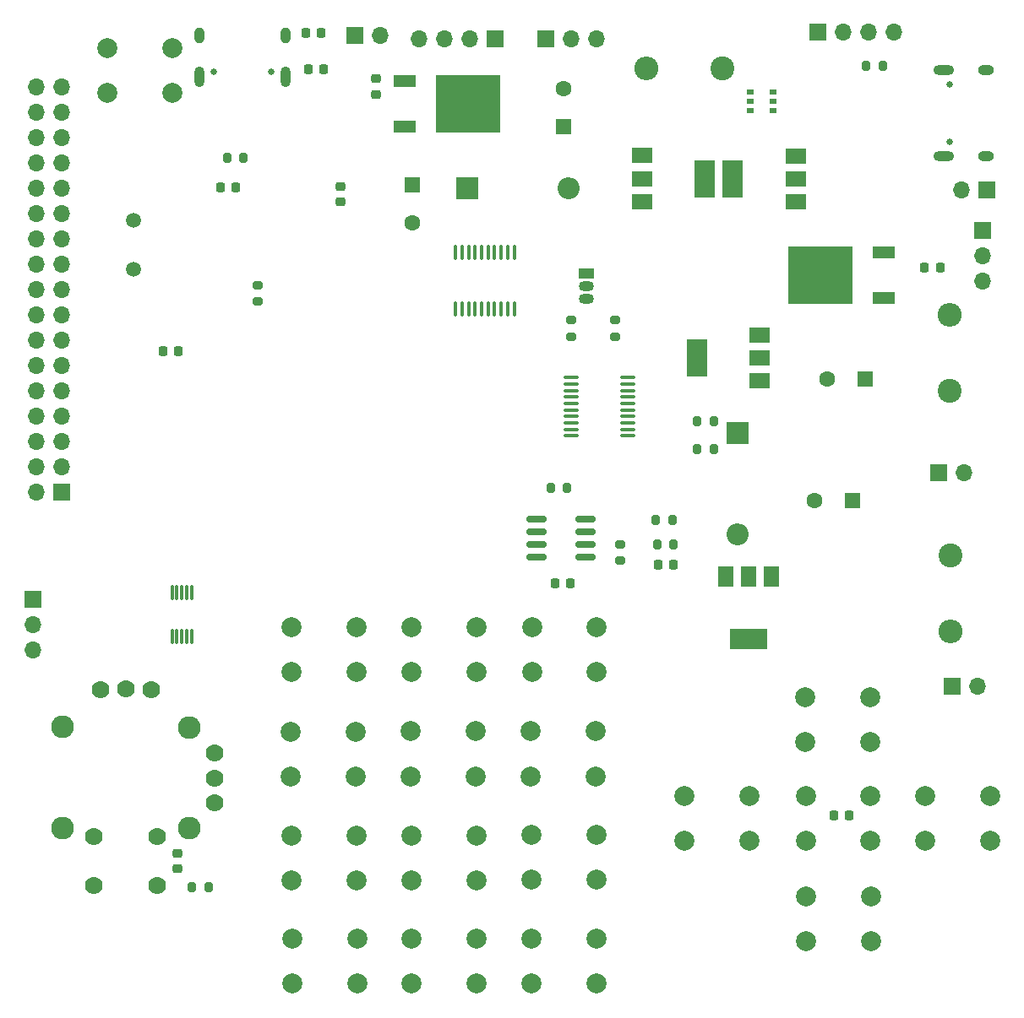
<source format=gbr>
%TF.GenerationSoftware,KiCad,Pcbnew,6.0.11+dfsg-1*%
%TF.CreationDate,2023-07-20T16:39:38+03:00*%
%TF.ProjectId,usb_display,7573625f-6469-4737-906c-61792e6b6963,rev?*%
%TF.SameCoordinates,Original*%
%TF.FileFunction,Soldermask,Bot*%
%TF.FilePolarity,Negative*%
%FSLAX46Y46*%
G04 Gerber Fmt 4.6, Leading zero omitted, Abs format (unit mm)*
G04 Created by KiCad (PCBNEW 6.0.11+dfsg-1) date 2023-07-20 16:39:38*
%MOMM*%
%LPD*%
G01*
G04 APERTURE LIST*
G04 Aperture macros list*
%AMRoundRect*
0 Rectangle with rounded corners*
0 $1 Rounding radius*
0 $2 $3 $4 $5 $6 $7 $8 $9 X,Y pos of 4 corners*
0 Add a 4 corners polygon primitive as box body*
4,1,4,$2,$3,$4,$5,$6,$7,$8,$9,$2,$3,0*
0 Add four circle primitives for the rounded corners*
1,1,$1+$1,$2,$3*
1,1,$1+$1,$4,$5*
1,1,$1+$1,$6,$7*
1,1,$1+$1,$8,$9*
0 Add four rect primitives between the rounded corners*
20,1,$1+$1,$2,$3,$4,$5,0*
20,1,$1+$1,$4,$5,$6,$7,0*
20,1,$1+$1,$6,$7,$8,$9,0*
20,1,$1+$1,$8,$9,$2,$3,0*%
G04 Aperture macros list end*
%ADD10C,2.000000*%
%ADD11R,1.700000X1.700000*%
%ADD12O,1.700000X1.700000*%
%ADD13R,1.500000X1.050000*%
%ADD14O,1.500000X1.050000*%
%ADD15C,0.650000*%
%ADD16O,2.100000X1.000000*%
%ADD17O,1.600000X1.000000*%
%ADD18O,1.000000X1.600000*%
%ADD19O,1.000000X2.100000*%
%ADD20R,2.200000X2.200000*%
%ADD21O,2.200000X2.200000*%
%ADD22C,1.778000*%
%ADD23C,2.286000*%
%ADD24C,2.400000*%
%ADD25O,2.400000X2.400000*%
%ADD26RoundRect,0.200000X0.200000X0.275000X-0.200000X0.275000X-0.200000X-0.275000X0.200000X-0.275000X0*%
%ADD27R,2.000000X1.500000*%
%ADD28R,2.000000X3.800000*%
%ADD29RoundRect,0.200000X-0.275000X0.200000X-0.275000X-0.200000X0.275000X-0.200000X0.275000X0.200000X0*%
%ADD30R,0.700000X0.510000*%
%ADD31R,1.500000X2.000000*%
%ADD32R,3.800000X2.000000*%
%ADD33R,1.600000X1.600000*%
%ADD34C,1.600000*%
%ADD35RoundRect,0.150000X0.825000X0.150000X-0.825000X0.150000X-0.825000X-0.150000X0.825000X-0.150000X0*%
%ADD36RoundRect,0.100000X0.637500X0.100000X-0.637500X0.100000X-0.637500X-0.100000X0.637500X-0.100000X0*%
%ADD37RoundRect,0.200000X-0.200000X-0.275000X0.200000X-0.275000X0.200000X0.275000X-0.200000X0.275000X0*%
%ADD38RoundRect,0.100000X0.100000X-0.637500X0.100000X0.637500X-0.100000X0.637500X-0.100000X-0.637500X0*%
%ADD39RoundRect,0.225000X-0.225000X-0.250000X0.225000X-0.250000X0.225000X0.250000X-0.225000X0.250000X0*%
%ADD40RoundRect,0.225000X0.225000X0.250000X-0.225000X0.250000X-0.225000X-0.250000X0.225000X-0.250000X0*%
%ADD41RoundRect,0.218750X0.218750X0.256250X-0.218750X0.256250X-0.218750X-0.256250X0.218750X-0.256250X0*%
%ADD42RoundRect,0.225000X-0.250000X0.225000X-0.250000X-0.225000X0.250000X-0.225000X0.250000X0.225000X0*%
%ADD43C,1.500000*%
%ADD44R,2.200000X1.200000*%
%ADD45R,6.400000X5.800000*%
%ADD46RoundRect,0.200000X0.275000X-0.200000X0.275000X0.200000X-0.275000X0.200000X-0.275000X-0.200000X0*%
%ADD47RoundRect,0.075000X0.075000X-0.650000X0.075000X0.650000X-0.075000X0.650000X-0.075000X-0.650000X0*%
G04 APERTURE END LIST*
D10*
%TO.C,SW3*%
X90520000Y-111510000D03*
X97020000Y-111510000D03*
X97020000Y-116010000D03*
X90520000Y-116010000D03*
%TD*%
%TO.C,SW8*%
X78450000Y-132440000D03*
X84950000Y-132440000D03*
X78450000Y-136940000D03*
X84950000Y-136940000D03*
%TD*%
D11*
%TO.C,J4*%
X55405000Y-97945000D03*
D12*
X52865000Y-97945000D03*
X55405000Y-95405000D03*
X52865000Y-95405000D03*
X55405000Y-92865000D03*
X52865000Y-92865000D03*
X55405000Y-90325000D03*
X52865000Y-90325000D03*
X55405000Y-87785000D03*
X52865000Y-87785000D03*
X55405000Y-85245000D03*
X52865000Y-85245000D03*
X55405000Y-82705000D03*
X52865000Y-82705000D03*
X55405000Y-80165000D03*
X52865000Y-80165000D03*
X55405000Y-77625000D03*
X52865000Y-77625000D03*
X55405000Y-75085000D03*
X52865000Y-75085000D03*
X55405000Y-72545000D03*
X52865000Y-72545000D03*
X55405000Y-70005000D03*
X52865000Y-70005000D03*
X55405000Y-67465000D03*
X52865000Y-67465000D03*
X55405000Y-64925000D03*
X52865000Y-64925000D03*
X55405000Y-62385000D03*
X52865000Y-62385000D03*
X55405000Y-59845000D03*
X52865000Y-59845000D03*
X55405000Y-57305000D03*
X52865000Y-57305000D03*
%TD*%
D10*
%TO.C,SW4*%
X102570000Y-111530000D03*
X109070000Y-111530000D03*
X102570000Y-116030000D03*
X109070000Y-116030000D03*
%TD*%
D13*
%TO.C,Q3*%
X108030000Y-76040000D03*
D14*
X108030000Y-77310000D03*
X108030000Y-78580000D03*
%TD*%
D15*
%TO.C,J5*%
X144380000Y-57050000D03*
X144380000Y-62830000D03*
D16*
X143850000Y-55620000D03*
D17*
X148030000Y-64260000D03*
X148030000Y-55620000D03*
D16*
X143850000Y-64260000D03*
%TD*%
D10*
%TO.C,SW12*%
X102500000Y-142740000D03*
X109000000Y-142740000D03*
X109000000Y-147240000D03*
X102500000Y-147240000D03*
%TD*%
%TO.C,SW15*%
X141980000Y-128420000D03*
X148480000Y-128420000D03*
X141980000Y-132920000D03*
X148480000Y-132920000D03*
%TD*%
D11*
%TO.C,J1*%
X98890000Y-52460000D03*
D12*
X96350000Y-52460000D03*
X93810000Y-52460000D03*
X91270000Y-52460000D03*
%TD*%
D10*
%TO.C,SW9*%
X96980000Y-132420000D03*
X90480000Y-132420000D03*
X96980000Y-136920000D03*
X90480000Y-136920000D03*
%TD*%
D11*
%TO.C,J12*%
X84845000Y-52170000D03*
D12*
X87385000Y-52170000D03*
%TD*%
D10*
%TO.C,SW2*%
X78470000Y-111530000D03*
X84970000Y-111530000D03*
X84970000Y-116030000D03*
X78470000Y-116030000D03*
%TD*%
%TO.C,SW13*%
X136420000Y-118520000D03*
X129920000Y-118520000D03*
X129920000Y-123020000D03*
X136420000Y-123020000D03*
%TD*%
%TO.C,SW1*%
X97010000Y-142740000D03*
X90510000Y-142740000D03*
X97010000Y-147240000D03*
X90510000Y-147240000D03*
%TD*%
D15*
%TO.C,J3*%
X70680000Y-55800000D03*
X76460000Y-55800000D03*
D18*
X77890000Y-52150000D03*
D19*
X69250000Y-56330000D03*
X77890000Y-56330000D03*
D18*
X69250000Y-52150000D03*
%TD*%
D20*
%TO.C,D6*%
X96050000Y-67490000D03*
D21*
X106210000Y-67490000D03*
%TD*%
D10*
%TO.C,SW14*%
X117840000Y-128430000D03*
X124340000Y-128430000D03*
X117840000Y-132930000D03*
X124340000Y-132930000D03*
%TD*%
D11*
%TO.C,J8*%
X147740000Y-71740000D03*
D12*
X147740000Y-74280000D03*
X147740000Y-76820000D03*
%TD*%
D11*
%TO.C,J2*%
X52550000Y-108695000D03*
D12*
X52550000Y-111235000D03*
X52550000Y-113775000D03*
%TD*%
D10*
%TO.C,SW16*%
X130060000Y-138470000D03*
X136560000Y-138470000D03*
X136560000Y-142970000D03*
X130060000Y-142970000D03*
%TD*%
%TO.C,SW18*%
X130000000Y-128440000D03*
X136500000Y-128440000D03*
X136500000Y-132940000D03*
X130000000Y-132940000D03*
%TD*%
D11*
%TO.C,J11*%
X148130000Y-67650000D03*
D12*
X145590000Y-67650000D03*
%TD*%
D11*
%TO.C,J7*%
X131170000Y-51840000D03*
D12*
X133710000Y-51840000D03*
X136250000Y-51840000D03*
X138790000Y-51840000D03*
%TD*%
D10*
%TO.C,SW5*%
X78420000Y-121960000D03*
X84920000Y-121960000D03*
X84920000Y-126460000D03*
X78420000Y-126460000D03*
%TD*%
%TO.C,SW6*%
X96900000Y-121950000D03*
X90400000Y-121950000D03*
X96900000Y-126450000D03*
X90400000Y-126450000D03*
%TD*%
D11*
%TO.C,J9*%
X144655000Y-117410000D03*
D12*
X147195000Y-117410000D03*
%TD*%
D10*
%TO.C,SW7*%
X108930000Y-121950000D03*
X102430000Y-121950000D03*
X108930000Y-126450000D03*
X102430000Y-126450000D03*
%TD*%
D11*
%TO.C,J10*%
X103955000Y-52450000D03*
D12*
X106495000Y-52450000D03*
X109035000Y-52450000D03*
%TD*%
D22*
%TO.C,U3*%
X65045000Y-137423298D03*
X58695000Y-137403498D03*
X65045000Y-132483298D03*
X58685000Y-132463298D03*
X64395000Y-117733298D03*
X61855000Y-117713298D03*
X59315000Y-117733298D03*
D23*
X68220000Y-131673298D03*
X68220000Y-121543298D03*
X55520000Y-121528498D03*
X55520000Y-131688498D03*
D22*
X70760000Y-129148498D03*
X70775000Y-126623298D03*
X70775000Y-124083298D03*
%TD*%
D10*
%TO.C,SW11*%
X78530000Y-142770000D03*
X85030000Y-142770000D03*
X78530000Y-147270000D03*
X85030000Y-147270000D03*
%TD*%
D20*
%TO.C,D4*%
X123180000Y-92070000D03*
D21*
X123180000Y-102230000D03*
%TD*%
D10*
%TO.C,SW10*%
X102510000Y-132350000D03*
X109010000Y-132350000D03*
X102510000Y-136850000D03*
X109010000Y-136850000D03*
%TD*%
D24*
%TO.C,L3*%
X121650000Y-55460000D03*
D25*
X114030000Y-55460000D03*
%TD*%
D26*
%TO.C,R18*%
X120795000Y-90820000D03*
X119145000Y-90820000D03*
%TD*%
D27*
%TO.C,Q8*%
X128990000Y-64250000D03*
X128990000Y-66550000D03*
X128990000Y-68850000D03*
D28*
X122690000Y-66550000D03*
%TD*%
D29*
%TO.C,R10*%
X75110000Y-77185000D03*
X75110000Y-78835000D03*
%TD*%
D30*
%TO.C,D5*%
X126740000Y-57800000D03*
X126740000Y-58750000D03*
X126740000Y-59700000D03*
X124420000Y-59700000D03*
X124420000Y-58750000D03*
X124420000Y-57800000D03*
%TD*%
D10*
%TO.C,SW17*%
X60020000Y-53400000D03*
X66520000Y-53400000D03*
X60020000Y-57900000D03*
X66520000Y-57900000D03*
%TD*%
D31*
%TO.C,Q2*%
X121970000Y-106400000D03*
X124270000Y-106400000D03*
X126570000Y-106400000D03*
D32*
X124270000Y-112700000D03*
%TD*%
D33*
%TO.C,C20*%
X105710000Y-61252651D03*
D34*
X105710000Y-57452651D03*
%TD*%
D24*
%TO.C,L1*%
X144440000Y-87830000D03*
D25*
X144440000Y-80210000D03*
%TD*%
D35*
%TO.C,U7*%
X107955000Y-100655000D03*
X107955000Y-101925000D03*
X107955000Y-103195000D03*
X107955000Y-104465000D03*
X103005000Y-104465000D03*
X103005000Y-103195000D03*
X103005000Y-101925000D03*
X103005000Y-100655000D03*
%TD*%
D11*
%TO.C,J6*%
X143325000Y-96030000D03*
D12*
X145865000Y-96030000D03*
%TD*%
D26*
%TO.C,R26*%
X70165000Y-137600000D03*
X68515000Y-137600000D03*
%TD*%
D36*
%TO.C,U5*%
X112192500Y-86465000D03*
X112192500Y-87115000D03*
X112192500Y-87765000D03*
X112192500Y-88415000D03*
X112192500Y-89065000D03*
X112192500Y-89715000D03*
X112192500Y-90365000D03*
X112192500Y-91015000D03*
X112192500Y-91665000D03*
X112192500Y-92315000D03*
X106467500Y-92315000D03*
X106467500Y-91665000D03*
X106467500Y-91015000D03*
X106467500Y-90365000D03*
X106467500Y-89715000D03*
X106467500Y-89065000D03*
X106467500Y-88415000D03*
X106467500Y-87765000D03*
X106467500Y-87115000D03*
X106467500Y-86465000D03*
%TD*%
D37*
%TO.C,R9*%
X72015000Y-64410000D03*
X73665000Y-64410000D03*
%TD*%
D27*
%TO.C,Q7*%
X125400000Y-82220000D03*
X125400000Y-84520000D03*
X125400000Y-86820000D03*
D28*
X119100000Y-84520000D03*
%TD*%
D26*
%TO.C,R20*%
X116735000Y-103180000D03*
X115085000Y-103180000D03*
%TD*%
D38*
%TO.C,U6*%
X100775000Y-79602500D03*
X100125000Y-79602500D03*
X99475000Y-79602500D03*
X98825000Y-79602500D03*
X98175000Y-79602500D03*
X97525000Y-79602500D03*
X96875000Y-79602500D03*
X96225000Y-79602500D03*
X95575000Y-79602500D03*
X94925000Y-79602500D03*
X94925000Y-73877500D03*
X95575000Y-73877500D03*
X96225000Y-73877500D03*
X96875000Y-73877500D03*
X97525000Y-73877500D03*
X98175000Y-73877500D03*
X98825000Y-73877500D03*
X99475000Y-73877500D03*
X100125000Y-73877500D03*
X100775000Y-73877500D03*
%TD*%
D33*
%TO.C,C13*%
X135950000Y-86650000D03*
D34*
X132150000Y-86650000D03*
%TD*%
D39*
%TO.C,C7*%
X132835000Y-130350000D03*
X134385000Y-130350000D03*
%TD*%
D40*
%TO.C,C8*%
X67135000Y-83840000D03*
X65585000Y-83840000D03*
%TD*%
D39*
%TO.C,C6*%
X71335000Y-67400000D03*
X72885000Y-67400000D03*
%TD*%
D41*
%TO.C,F1*%
X143487500Y-75440000D03*
X141912500Y-75440000D03*
%TD*%
D33*
%TO.C,C30*%
X90570000Y-67177349D03*
D34*
X90570000Y-70977349D03*
%TD*%
D39*
%TO.C,C17*%
X115175000Y-105200000D03*
X116725000Y-105200000D03*
%TD*%
D26*
%TO.C,R14*%
X137715000Y-55210000D03*
X136065000Y-55210000D03*
%TD*%
D42*
%TO.C,C21*%
X86920000Y-56495000D03*
X86920000Y-58045000D03*
%TD*%
D39*
%TO.C,C10*%
X79915000Y-51900000D03*
X81465000Y-51900000D03*
%TD*%
D43*
%TO.C,Y1*%
X62600000Y-70680000D03*
X62600000Y-75580000D03*
%TD*%
D26*
%TO.C,R19*%
X120775000Y-93670000D03*
X119125000Y-93670000D03*
%TD*%
D40*
%TO.C,C19*%
X106435000Y-107100000D03*
X104885000Y-107100000D03*
%TD*%
D44*
%TO.C,U8*%
X89820000Y-61290000D03*
D45*
X96120000Y-59010000D03*
D44*
X89820000Y-56730000D03*
%TD*%
D27*
%TO.C,Q9*%
X113600000Y-68810000D03*
X113600000Y-66510000D03*
X113600000Y-64210000D03*
D28*
X119900000Y-66510000D03*
%TD*%
D29*
%TO.C,R22*%
X111430000Y-103185000D03*
X111430000Y-104835000D03*
%TD*%
D42*
%TO.C,C25*%
X67000000Y-134175000D03*
X67000000Y-135725000D03*
%TD*%
D26*
%TO.C,R21*%
X116645000Y-100710000D03*
X114995000Y-100710000D03*
%TD*%
D44*
%TO.C,Q1*%
X137800000Y-73940000D03*
D45*
X131500000Y-76220000D03*
D44*
X137800000Y-78500000D03*
%TD*%
D46*
%TO.C,R24*%
X110860000Y-82375000D03*
X110860000Y-80725000D03*
%TD*%
D26*
%TO.C,R23*%
X106095000Y-97490000D03*
X104445000Y-97490000D03*
%TD*%
D47*
%TO.C,D3*%
X68490000Y-112420000D03*
X67990000Y-112420000D03*
X67490000Y-112420000D03*
X66990000Y-112420000D03*
X66490000Y-112420000D03*
X66490000Y-108020000D03*
X66990000Y-108020000D03*
X67490000Y-108020000D03*
X67990000Y-108020000D03*
X68490000Y-108020000D03*
%TD*%
D33*
%TO.C,C15*%
X134670000Y-98800000D03*
D34*
X130870000Y-98800000D03*
%TD*%
D39*
%TO.C,C9*%
X80135000Y-55560000D03*
X81685000Y-55560000D03*
%TD*%
D42*
%TO.C,C5*%
X83400000Y-67265000D03*
X83400000Y-68815000D03*
%TD*%
D24*
%TO.C,L2*%
X144520000Y-104310000D03*
D25*
X144520000Y-111930000D03*
%TD*%
D46*
%TO.C,R25*%
X106470000Y-82355000D03*
X106470000Y-80705000D03*
%TD*%
M02*

</source>
